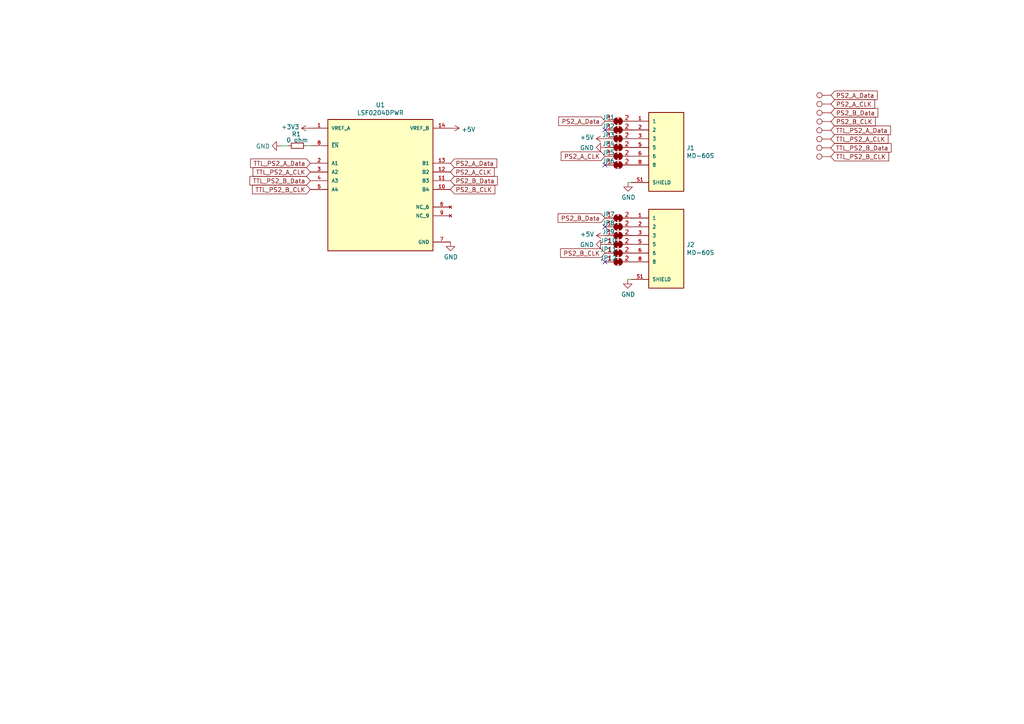
<source format=kicad_sch>
(kicad_sch (version 20201015) (generator eeschema)
  (page 1 3)
  (paper "A4")
  (lib_symbols
    (symbol "Connector:TestPoint" (pin_numbers hide) (pin_names (offset 0.762) hide)
      (property "Reference" "TP" (at 0 6.858 0))
      (property "Value" "TestPoint" (at 0 5.08 0))
      (symbol "TestPoint_0_1"
        (circle (center 0 3.302) (radius 0.762))
      )
      (symbol "TestPoint_1_1"
        (pin passive line (at 0 0 90) (length 2.54) (name "1") (number "1"))
      )
    )
    (symbol "Device:R_Small" (pin_numbers hide) (pin_names (offset 0.254) hide)
      (property "Reference" "R" (at 0.762 0.508 0))
      (property "Value" "R_Small" (at 0.762 -1.016 0))
      (symbol "R_Small_0_1"
        (rectangle (start -0.762 1.778) (end 0.762 -1.778) (stroke (width 0.2032)))
      )
      (symbol "R_Small_1_1"
        (pin passive line (at 0 2.54 270) (length 0.762) (name "~") (number "1"))
        (pin passive line (at 0 -2.54 90) (length 0.762) (name "~") (number "2"))
      )
    )
    (symbol "Jumper:SolderJumper_2_Bridged" (pin_names (offset 0) hide)
      (property "Reference" "JP" (at 0 2.032 0))
      (property "Value" "SolderJumper_2_Bridged" (at 0 -2.54 0))
      (symbol "SolderJumper_2_Bridged_0_1"
        (arc (start -0.254 1.016) (end -0.254 -1.016) (radius (at -0.254 0) (length 1.016) (angles 90.1 -90.1)))
        (arc (start -0.254 1.016) (end -0.254 -1.016) (radius (at -0.254 0) (length 1.016) (angles 90.1 -90.1)) (fill (type outline)))
        (arc (start 0.254 -1.016) (end 0.254 1.016) (radius (at 0.254 0) (length 1.016) (angles -89.9 89.9)))
        (arc (start 0.254 -1.016) (end 0.254 1.016) (radius (at 0.254 0) (length 1.016) (angles -89.9 89.9)) (fill (type outline)))
        (rectangle (start -0.508 0.508) (end 0.508 -0.508) (fill (type outline)))
        (polyline (pts (xy -0.254 1.016) (xy -0.254 -1.016)))
        (polyline (pts (xy 0.254 1.016) (xy 0.254 -1.016)))
      )
      (symbol "SolderJumper_2_Bridged_1_1"
        (pin passive line (at -3.81 0 0) (length 2.54) (name "A") (number "1"))
        (pin passive line (at 3.81 0 180) (length 2.54) (name "B") (number "2"))
      )
    )
    (symbol "LSF0204DPWR:LSF0204DPWR" (pin_names (offset 1.016))
      (property "Reference" "U" (at -15.24 19.05 0))
      (property "Value" "LSF0204DPWR" (at -15.24 -22.86 0))
      (symbol "LSF0204DPWR_0_0"
        (rectangle (start -15.24 -20.32) (end 15.24 17.78) (stroke (width 0.254)) (fill (type background)))
        (pin input line (at -20.32 10.16 0) (length 5.08) (name "~EN") (number "8"))
        (pin input line (at -20.32 15.24 0) (length 5.08) (name "VREF_A") (number "1"))
        (pin input line (at 20.32 15.24 180) (length 5.08) (name "VREF_B") (number "14"))
        (pin bidirectional line (at -20.32 5.08 0) (length 5.08) (name "A1") (number "2"))
        (pin bidirectional line (at -20.32 2.54 0) (length 5.08) (name "A2") (number "3"))
        (pin bidirectional line (at 20.32 2.54 180) (length 5.08) (name "B2") (number "12"))
        (pin bidirectional line (at 20.32 -2.54 180) (length 5.08) (name "B4") (number "10"))
        (pin bidirectional line (at 20.32 0 180) (length 5.08) (name "B3") (number "11"))
        (pin unconnected line (at 20.32 -7.62 180) (length 5.08) (name "NC_6") (number "6"))
        (pin unconnected line (at 20.32 -10.16 180) (length 5.08) (name "NC_9") (number "9"))
        (pin bidirectional line (at 20.32 5.08 180) (length 5.08) (name "B1") (number "13"))
        (pin bidirectional line (at -20.32 0 0) (length 5.08) (name "A3") (number "4"))
        (pin bidirectional line (at -20.32 -2.54 0) (length 5.08) (name "A4") (number "5"))
        (pin power_in line (at 20.32 -17.78 180) (length 5.08) (name "GND") (number "7"))
      )
    )
    (symbol "MD-60S:MD-60S" (pin_names (offset 1.016))
      (property "Reference" "J" (at -5.08 10.795 0))
      (property "Value" "MD-60S" (at -5.08 -15.24 0))
      (symbol "MD-60S_0_0"
        (rectangle (start -5.08 -12.7) (end 5.08 10.16) (stroke (width 0.254)) (fill (type background)))
        (pin passive line (at -10.16 0 0) (length 5.08) (name "5") (number "5"))
        (pin passive line (at -10.16 2.54 0) (length 5.08) (name "3") (number "3"))
        (pin passive line (at -10.16 -2.54 0) (length 5.08) (name "6") (number "6"))
        (pin passive line (at -10.16 -10.16 0) (length 5.08) (name "SHIELD") (number "S1"))
        (pin passive line (at -10.16 7.62 0) (length 5.08) (name "1") (number "1"))
        (pin passive line (at -10.16 5.08 0) (length 5.08) (name "2") (number "2"))
        (pin passive line (at -10.16 -5.08 0) (length 5.08) (name "8") (number "8"))
      )
    )
    (symbol "power:+3V3" (power) (pin_names (offset 0))
      (property "Value" "+3V3" (at 0 3.556 0))
      (symbol "+3V3_0_1"
        (polyline (pts (xy -0.762 1.27) (xy 0 2.54)))
        (polyline (pts (xy 0 0) (xy 0 2.54)))
        (polyline (pts (xy 0 2.54) (xy 0.762 1.27)))
      )
      (symbol "+3V3_1_1"
        (pin power_in line (at 0 0 90) (length 0) hide (name "+3V3") (number "1"))
      )
    )
    (symbol "power:+5V" (power) (pin_names (offset 0))
      (property "Value" "+5V" (at 0 3.556 0))
      (symbol "+5V_0_1"
        (polyline (pts (xy -0.762 1.27) (xy 0 2.54)))
        (polyline (pts (xy 0 0) (xy 0 2.54)))
        (polyline (pts (xy 0 2.54) (xy 0.762 1.27)))
      )
      (symbol "+5V_1_1"
        (pin power_in line (at 0 0 90) (length 0) hide (name "+5V") (number "1"))
      )
    )
    (symbol "power:GND" (power) (pin_names (offset 0))
      (property "Value" "GND" (at 0 -3.81 0))
      (symbol "GND_0_1"
        (polyline (pts (xy 0 0) (xy 0 -1.27) (xy 1.27 -1.27) (xy 0 -2.54) (xy -1.27 -1.27) (xy 0 -1.27)))
      )
      (symbol "GND_1_1"
        (pin power_in line (at 0 0 270) (length 0) hide (name "GND") (number "1"))
      )
    )
  )
  (no_connect (at 175.4632 65.786))
  (no_connect (at 175.4632 47.8536))
  (no_connect (at 175.4632 37.6936))
  (no_connect (at 175.4632 75.946))
  (wire (pts (xy 81.4832 42.3164) (xy 83.7184 42.3164)))
  (wire (pts (xy 83.7184 42.3164) (xy 83.7184 42.2656)))
  (wire (pts (xy 88.7984 42.2656) (xy 90.0176 42.2656)))
  (wire (pts (xy 182.0672 81.026) (xy 182.0672 81.0768)))
  (wire (pts (xy 182.1688 52.9336) (xy 183.0832 52.9336)))
  (wire (pts (xy 183.0832 81.026) (xy 182.0672 81.026)))
  (global_label "TTL_PS2_A_Data" (shape input) (at 90.0176 47.3456 180))
  (global_label "TTL_PS2_A_CLK" (shape input) (at 90.0176 49.8856 180))
  (global_label "TTL_PS2_B_Data" (shape input) (at 90.0176 52.4256 180))
  (global_label "TTL_PS2_B_CLK" (shape input) (at 90.0176 54.9656 180))
  (global_label "PS2_A_Data" (shape input) (at 130.6576 47.3456 0))
  (global_label "PS2_A_CLK" (shape input) (at 130.6576 49.8856 0))
  (global_label "PS2_B_Data" (shape input) (at 130.6576 52.4256 0))
  (global_label "PS2_B_CLK" (shape input) (at 130.6576 54.9656 0))
  (global_label "PS2_A_Data" (shape input) (at 175.4632 35.1536 180))
  (global_label "PS2_A_CLK" (shape input) (at 175.4632 45.3136 180))
  (global_label "PS2_B_Data" (shape input) (at 175.4632 63.246 180))
  (global_label "PS2_B_CLK" (shape input) (at 175.4632 73.406 180))
  (global_label "TTL_PS2_A_Data" (shape input) (at 240.9444 37.7952 0))
  (global_label "TTL_PS2_A_CLK" (shape input) (at 240.9444 40.3352 0))
  (global_label "TTL_PS2_B_Data" (shape input) (at 240.9444 42.8752 0))
  (global_label "TTL_PS2_B_CLK" (shape input) (at 240.9444 45.4152 0))
  (global_label "PS2_A_Data" (shape input) (at 240.9952 27.6352 0))
  (global_label "PS2_A_CLK" (shape input) (at 240.9952 30.1752 0))
  (global_label "PS2_B_Data" (shape input) (at 240.9952 32.7152 0))
  (global_label "PS2_B_CLK" (shape input) (at 240.9952 35.2552 0))
  (symbol (lib_id "Connector:TestPoint") (at 240.9444 37.7952 90) (unit 1)
    (property "Reference" "TP9" (effects hide))
    (property "Value" "TestPoint" (effects hide))
    (property "Footprint" "TestPoint:TestPoint_THTPad_2.0x2.0mm_Drill1.0mm" (effects hide))
  )
  (symbol (lib_id "Connector:TestPoint") (at 240.9444 40.3352 90) (unit 1)
    (property "Reference" "TP10" (effects hide))
    (property "Value" "TestPoint" (effects hide))
    (property "Footprint" "TestPoint:TestPoint_THTPad_2.0x2.0mm_Drill1.0mm" (effects hide))
  )
  (symbol (lib_id "Connector:TestPoint") (at 240.9444 42.8752 90) (unit 1)
    (property "Reference" "TP11" (effects hide))
    (property "Value" "TestPoint" (effects hide))
    (property "Footprint" "TestPoint:TestPoint_THTPad_2.0x2.0mm_Drill1.0mm" (effects hide))
  )
  (symbol (lib_id "Connector:TestPoint") (at 240.9444 45.4152 90) (unit 1)
    (property "Reference" "TP12" (effects hide))
    (property "Value" "TestPoint" (effects hide))
    (property "Footprint" "TestPoint:TestPoint_THTPad_2.0x2.0mm_Drill1.0mm" (effects hide))
  )
  (symbol (lib_id "Connector:TestPoint") (at 240.9952 27.6352 90) (unit 1)
    (property "Reference" "TP13" (effects hide))
    (property "Value" "TestPoint" (effects hide))
    (property "Footprint" "TestPoint:TestPoint_THTPad_2.0x2.0mm_Drill1.0mm" (effects hide))
  )
  (symbol (lib_id "Connector:TestPoint") (at 240.9952 30.1752 90) (unit 1)
    (property "Reference" "TP14" (effects hide))
    (property "Value" "TestPoint" (effects hide))
    (property "Footprint" "TestPoint:TestPoint_THTPad_2.0x2.0mm_Drill1.0mm" (effects hide))
  )
  (symbol (lib_id "Connector:TestPoint") (at 240.9952 32.7152 90) (unit 1)
    (property "Reference" "TP15" (effects hide))
    (property "Value" "TestPoint" (effects hide))
    (property "Footprint" "TestPoint:TestPoint_THTPad_2.0x2.0mm_Drill1.0mm" (effects hide))
  )
  (symbol (lib_id "Connector:TestPoint") (at 240.9952 35.2552 90) (unit 1)
    (property "Reference" "TP16" (effects hide))
    (property "Value" "TestPoint" (effects hide))
    (property "Footprint" "TestPoint:TestPoint_THTPad_2.0x2.0mm_Drill1.0mm" (effects hide))
  )
  (symbol (lib_id "power:+3V3") (at 90.0176 37.1856 90) (unit 1)
    (property "Reference" "#PWR02" (effects hide))
    (property "Value" "+3V3" (at 86.8425 36.8173 90) (effects (justify left)))
  )
  (symbol (lib_id "power:+5V") (at 130.6576 37.1856 270) (unit 1)
    (property "Reference" "#PWR03" (effects hide))
    (property "Value" "+5V" (at 133.8326 37.5539 90) (effects (justify left)))
  )
  (symbol (lib_id "power:+5V") (at 175.4632 40.2336 90) (unit 1)
    (property "Reference" "#PWR05" (effects hide))
    (property "Value" "+5V" (at 172.2882 39.8653 90) (effects (justify left)))
  )
  (symbol (lib_id "power:+5V") (at 175.514 68.326 90) (unit 1)
    (property "Reference" "#PWR08" (effects hide))
    (property "Value" "+5V" (at 172.339 67.9577 90) (effects (justify left)))
  )
  (symbol (lib_id "power:GND") (at 81.4832 42.3164 270) (unit 1)
    (property "Reference" "#PWR01" (effects hide))
    (property "Value" "GND" (at 78.3082 42.4307 90) (effects (justify right)))
  )
  (symbol (lib_id "power:GND") (at 130.6576 70.2056 0) (unit 1)
    (property "Reference" "#PWR04" (effects hide))
    (property "Value" "GND" (at 130.7719 74.53 0))
  )
  (symbol (lib_id "power:GND") (at 175.4632 42.7736 270) (unit 1)
    (property "Reference" "#PWR06" (effects hide))
    (property "Value" "GND" (at 172.2882 42.8879 90) (effects (justify right)))
  )
  (symbol (lib_id "power:GND") (at 175.4632 70.866 270) (unit 1)
    (property "Reference" "#PWR07" (effects hide))
    (property "Value" "GND" (at 172.2882 70.9803 90) (effects (justify right)))
  )
  (symbol (lib_id "power:GND") (at 182.0672 81.0768 0) (unit 1)
    (property "Reference" "#PWR09" (effects hide))
    (property "Value" "GND" (at 182.1815 85.4012 0))
  )
  (symbol (lib_id "power:GND") (at 182.1688 52.9336 0) (unit 1)
    (property "Reference" "#PWR010" (effects hide))
    (property "Value" "GND" (at 182.2831 57.258 0))
  )
  (symbol (lib_id "Device:R_Small") (at 86.2584 42.2656 90) (unit 1)
    (property "Reference" "R1" (at 85.9536 38.8936 90))
    (property "Value" "0 ohm" (at 86.2076 40.6335 90))
    (property "Footprint" "Resistor_SMD:R_0805_2012Metric" (effects hide))
  )
  (symbol (lib_id "Jumper:SolderJumper_2_Bridged") (at 179.2732 35.1536 0) (unit 1)
    (property "Reference" "JP1" (at 176.4792 34.0676 0))
    (property "Value" "SolderJumper_2_Bridged" (effects hide))
    (property "Footprint" "Jumper:SolderJumper-2_P1.3mm_Bridged_RoundedPad1.0x1.5mm" (effects hide))
  )
  (symbol (lib_id "Jumper:SolderJumper_2_Bridged") (at 179.2732 37.6936 0) (unit 1)
    (property "Reference" "JP2" (at 176.4792 36.6076 0))
    (property "Value" "SolderJumper_2_Bridged" (effects hide))
    (property "Footprint" "Jumper:SolderJumper-2_P1.3mm_Bridged_RoundedPad1.0x1.5mm" (effects hide))
  )
  (symbol (lib_id "Jumper:SolderJumper_2_Bridged") (at 179.2732 40.2336 0) (unit 1)
    (property "Reference" "JP3" (at 176.4792 39.1476 0))
    (property "Value" "SolderJumper_2_Bridged" (effects hide))
    (property "Footprint" "Jumper:SolderJumper-2_P1.3mm_Bridged_RoundedPad1.0x1.5mm" (effects hide))
  )
  (symbol (lib_id "Jumper:SolderJumper_2_Bridged") (at 179.2732 42.7736 0) (unit 1)
    (property "Reference" "JP4" (at 176.4792 41.6876 0))
    (property "Value" "SolderJumper_2_Bridged" (effects hide))
    (property "Footprint" "Jumper:SolderJumper-2_P1.3mm_Bridged_RoundedPad1.0x1.5mm" (effects hide))
  )
  (symbol (lib_id "Jumper:SolderJumper_2_Bridged") (at 179.2732 45.3136 0) (unit 1)
    (property "Reference" "JP5" (at 176.4792 44.2276 0))
    (property "Value" "SolderJumper_2_Bridged" (effects hide))
    (property "Footprint" "Jumper:SolderJumper-2_P1.3mm_Bridged_RoundedPad1.0x1.5mm" (effects hide))
  )
  (symbol (lib_id "Jumper:SolderJumper_2_Bridged") (at 179.2732 47.8536 0) (unit 1)
    (property "Reference" "JP6" (at 176.4792 46.7676 0))
    (property "Value" "SolderJumper_2_Bridged" (effects hide))
    (property "Footprint" "Jumper:SolderJumper-2_P1.3mm_Bridged_RoundedPad1.0x1.5mm" (effects hide))
  )
  (symbol (lib_id "Jumper:SolderJumper_2_Bridged") (at 179.2732 63.246 0) (unit 1)
    (property "Reference" "JP7" (at 176.4792 62.16 0))
    (property "Value" "SolderJumper_2_Bridged" (effects hide))
    (property "Footprint" "Jumper:SolderJumper-2_P1.3mm_Bridged_RoundedPad1.0x1.5mm" (effects hide))
  )
  (symbol (lib_id "Jumper:SolderJumper_2_Bridged") (at 179.2732 65.786 0) (unit 1)
    (property "Reference" "JP8" (at 176.4792 64.7 0))
    (property "Value" "SolderJumper_2_Bridged" (effects hide))
    (property "Footprint" "Jumper:SolderJumper-2_P1.3mm_Bridged_RoundedPad1.0x1.5mm" (effects hide))
  )
  (symbol (lib_id "Jumper:SolderJumper_2_Bridged") (at 179.2732 68.326 0) (unit 1)
    (property "Reference" "JP9" (at 176.4792 67.24 0))
    (property "Value" "SolderJumper_2_Bridged" (effects hide))
    (property "Footprint" "Jumper:SolderJumper-2_P1.3mm_Bridged_RoundedPad1.0x1.5mm" (effects hide))
  )
  (symbol (lib_id "Jumper:SolderJumper_2_Bridged") (at 179.2732 70.866 0) (unit 1)
    (property "Reference" "JP10" (at 176.4792 69.78 0))
    (property "Value" "SolderJumper_2_Bridged" (effects hide))
    (property "Footprint" "Jumper:SolderJumper-2_P1.3mm_Bridged_RoundedPad1.0x1.5mm" (effects hide))
  )
  (symbol (lib_id "Jumper:SolderJumper_2_Bridged") (at 179.2732 73.406 0) (unit 1)
    (property "Reference" "JP11" (at 176.4792 72.32 0))
    (property "Value" "SolderJumper_2_Bridged" (effects hide))
    (property "Footprint" "Jumper:SolderJumper-2_P1.3mm_Bridged_RoundedPad1.0x1.5mm" (effects hide))
  )
  (symbol (lib_id "Jumper:SolderJumper_2_Bridged") (at 179.2732 75.946 0) (unit 1)
    (property "Reference" "JP12" (at 176.4792 74.86 0))
    (property "Value" "SolderJumper_2_Bridged" (effects hide))
    (property "Footprint" "Jumper:SolderJumper-2_P1.3mm_Bridged_RoundedPad1.0x1.5mm" (effects hide))
  )
  (symbol (lib_id "MD-60S:MD-60S") (at 193.2432 42.7736 0) (unit 1)
    (property "Reference" "J1" (at 199.0853 42.8942 0) (effects (justify left)))
    (property "Value" "MD-60S" (at 199.0853 45.1929 0) (effects (justify left)))
    (property "Footprint" "CUI_MD-60S" (effects hide))
    (property "Datasheet" "https://www.cuidevices.com/product/resource/digikeypdf/md-s.pdf" (effects hide))
    (property "STANDARD" "Manufacturer Recommendation" (effects hide))
    (property "MANUFACTURER" "CUI Devices" (effects hide))
    (property "PARTREV" "1.06" (effects hide))
    (property "MAXIMUM_PACKAGE_HEIGHT" "13.05 mm" (effects hide))
    (property "Digikey_Partnum" "	\rCP-2460-ND" (effects hide))
  )
  (symbol (lib_id "MD-60S:MD-60S") (at 193.2432 70.866 0) (unit 1)
    (property "Reference" "J2" (at 199.0853 70.9866 0) (effects (justify left)))
    (property "Value" "MD-60S" (at 199.0853 73.2853 0) (effects (justify left)))
    (property "Footprint" "CUI_MD-60S" (effects hide))
    (property "Datasheet" "https://www.cuidevices.com/product/resource/digikeypdf/md-s.pdf" (effects hide))
    (property "STANDARD" "Manufacturer Recommendation" (effects hide))
    (property "MANUFACTURER" "CUI Devices" (effects hide))
    (property "PARTREV" "1.06" (effects hide))
    (property "MAXIMUM_PACKAGE_HEIGHT" "13.05 mm" (effects hide))
    (property "Digikey_Partnum" "	\rCP-2460-ND" (effects hide))
  )
  (symbol (lib_id "LSF0204DPWR:LSF0204DPWR") (at 110.3376 52.4256 0) (unit 1)
    (property "Reference" "U1" (at 110.3376 30.4354 0))
    (property "Value" "LSF0204DPWR" (at 110.3376 32.7341 0))
    (property "Footprint" "SOP65P640X120-14N" (effects hide))
    (property "STANDARD" "IPC 7351B" (effects hide))
    (property "MANUFACTURER" "Texas Instruments" (effects hide))
    (property "PARTREV" "G" (effects hide))
    (property "MAXIMUM_PACKAGE_HEIGHT" "1.2 mm" (effects hide))
  )
)
</source>
